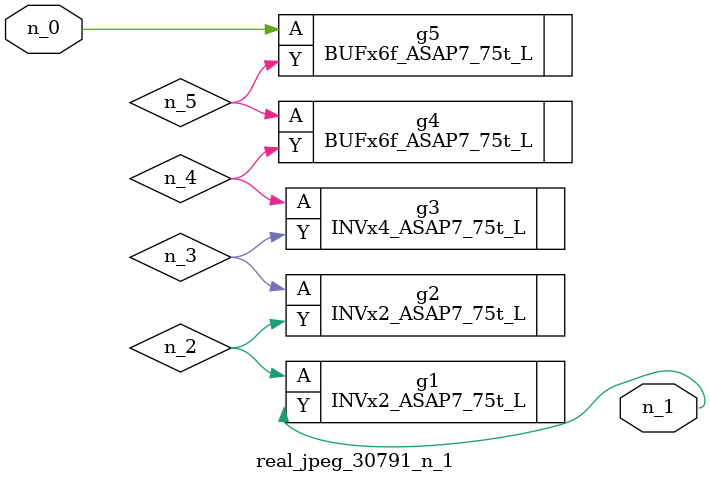
<source format=v>
module real_jpeg_30791_n_1 (n_0, n_1);

input n_0;

output n_1;

wire n_5;
wire n_4;
wire n_2;
wire n_3;

BUFx6f_ASAP7_75t_L g5 ( 
.A(n_0),
.Y(n_5)
);

INVx2_ASAP7_75t_L g1 ( 
.A(n_2),
.Y(n_1)
);

INVx2_ASAP7_75t_L g2 ( 
.A(n_3),
.Y(n_2)
);

INVx4_ASAP7_75t_L g3 ( 
.A(n_4),
.Y(n_3)
);

BUFx6f_ASAP7_75t_L g4 ( 
.A(n_5),
.Y(n_4)
);


endmodule
</source>
